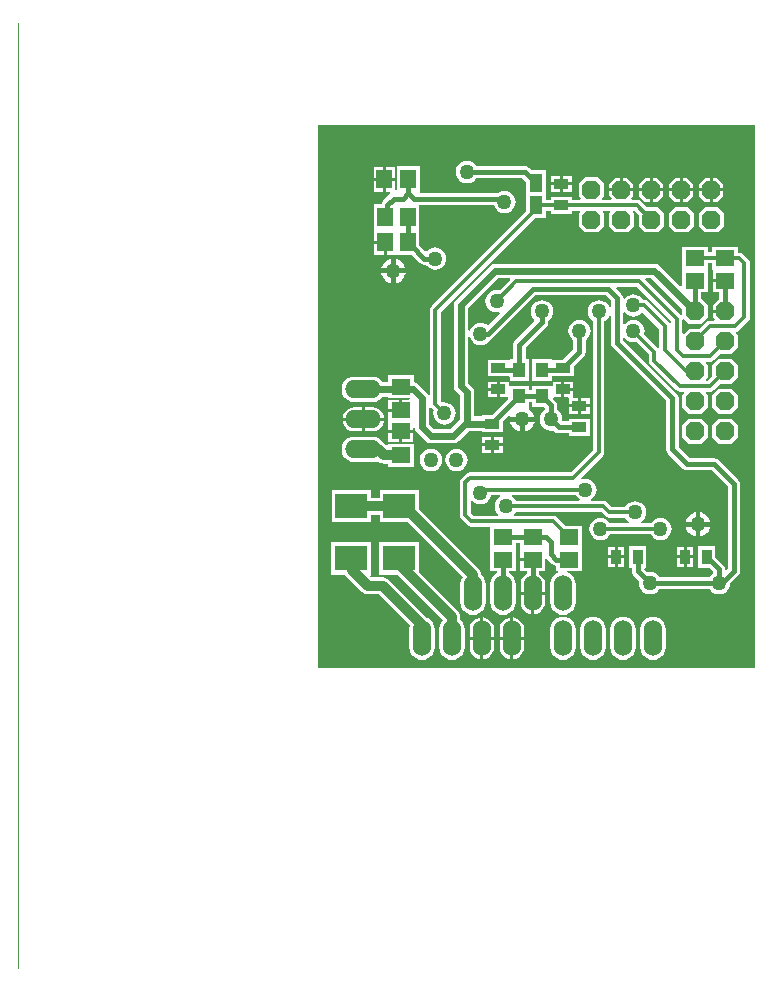
<source format=gbl>
%FSLAX44Y44*%
%MOMM*%
G71*
G01*
G75*
G04 Layer_Physical_Order=2*
G04 Layer_Color=16711680*
%ADD10R,0.5588X1.2700*%
%ADD11R,1.2700X0.5588*%
%ADD12R,2.5146X3.5052*%
%ADD13R,3.5052X2.5146*%
%ADD14R,1.3208X1.6002*%
%ADD15R,1.2192X1.2192*%
%ADD16R,0.6604X2.0320*%
%ADD17R,1.2192X1.2192*%
%ADD18R,2.0066X1.5240*%
%ADD19R,2.0066X3.8100*%
%ADD20R,1.6002X1.3208*%
%ADD21C,0.8128*%
%ADD22C,0.4064*%
%ADD23C,0.3048*%
%ADD24C,0.3050*%
%ADD25C,0.4060*%
%ADD26C,0.0000*%
G04:AMPARAMS|DCode=27|XSize=1.524mm|YSize=1.524mm|CornerRadius=0mm|HoleSize=0mm|Usage=FLASHONLY|Rotation=0.000|XOffset=0mm|YOffset=0mm|HoleType=Round|Shape=Octagon|*
%AMOCTAGOND27*
4,1,8,0.7620,-0.3810,0.7620,0.3810,0.3810,0.7620,-0.3810,0.7620,-0.7620,0.3810,-0.7620,-0.3810,-0.3810,-0.7620,0.3810,-0.7620,0.7620,-0.3810,0.0*
%
%ADD27OCTAGOND27*%

%ADD28O,3.0480X1.5240*%
%ADD29O,1.5240X3.0480*%
G04:AMPARAMS|DCode=30|XSize=1.524mm|YSize=1.524mm|CornerRadius=0mm|HoleSize=0mm|Usage=FLASHONLY|Rotation=270.000|XOffset=0mm|YOffset=0mm|HoleType=Round|Shape=Octagon|*
%AMOCTAGOND30*
4,1,8,-0.3810,-0.7620,0.3810,-0.7620,0.7620,-0.3810,0.7620,0.3810,0.3810,0.7620,-0.3810,0.7620,-0.7620,0.3810,-0.7620,-0.3810,-0.3810,-0.7620,0.0*
%
%ADD30OCTAGOND30*%

%ADD31C,1.2700*%
%ADD32R,0.8128X1.2192*%
%ADD33R,1.2192X0.8128*%
%ADD34R,1.0160X1.5240*%
%ADD35R,1.0160X1.2192*%
%ADD36R,2.7432X2.1590*%
%ADD37C,0.6096*%
G36*
X370000Y898D02*
X369102Y-0D01*
X-0Y-0D01*
X-0Y460000D01*
X185000Y460000D01*
X370000D01*
Y898D01*
D02*
G37*
%LPC*%
G36*
X116840Y186009D02*
X114387Y185686D01*
X112100Y184739D01*
X110137Y183233D01*
X108631Y181269D01*
X107684Y178983D01*
X107361Y176530D01*
X107684Y174077D01*
X108631Y171791D01*
X110137Y169827D01*
X112100Y168321D01*
X114387Y167374D01*
X116840Y167051D01*
X119293Y167374D01*
X121580Y168321D01*
X123543Y169827D01*
X125049Y171791D01*
X125996Y174077D01*
X126319Y176530D01*
X125996Y178983D01*
X125049Y181269D01*
X123543Y183233D01*
X121580Y184739D01*
X119293Y185686D01*
X116840Y186009D01*
D02*
G37*
G36*
X95250D02*
X92797Y185686D01*
X90511Y184739D01*
X88547Y183233D01*
X87041Y181269D01*
X86094Y178983D01*
X85771Y176530D01*
X86094Y174077D01*
X87041Y171791D01*
X88547Y169827D01*
X90511Y168321D01*
X92797Y167374D01*
X95250Y167051D01*
X97703Y167374D01*
X99990Y168321D01*
X101953Y169827D01*
X103459Y171791D01*
X104406Y174077D01*
X104729Y176530D01*
X104406Y178983D01*
X103459Y181269D01*
X101953Y183233D01*
X99990Y184739D01*
X97703Y185686D01*
X95250Y186009D01*
D02*
G37*
G36*
X45720Y196180D02*
X30480D01*
X27695Y195813D01*
X25100Y194739D01*
X22871Y193029D01*
X21161Y190800D01*
X20087Y188205D01*
X19720Y185420D01*
X20087Y182635D01*
X21161Y180040D01*
X22871Y177812D01*
X25100Y176101D01*
X27695Y175027D01*
X30480Y174660D01*
X45720D01*
X48505Y175027D01*
X50304Y175772D01*
X50648Y175428D01*
X52133Y174288D01*
X53357Y173781D01*
X53863Y173571D01*
X55720Y173327D01*
X58801D01*
Y170848D01*
X80899D01*
Y190152D01*
X58801D01*
Y189360D01*
X57531Y188834D01*
X55872Y190492D01*
X54419Y191608D01*
X53328Y193029D01*
X51100Y194739D01*
X48505Y195813D01*
X45720Y196180D01*
D02*
G37*
G36*
X155956Y187850D02*
X148590D01*
Y182516D01*
X155956D01*
Y187850D01*
D02*
G37*
G36*
X146050D02*
X138684D01*
Y182516D01*
X146050D01*
Y187850D01*
D02*
G37*
G36*
X85344Y151257D02*
X51816D01*
Y144587D01*
X44704D01*
Y151257D01*
X11176D01*
Y123571D01*
X44704D01*
Y130241D01*
X51816D01*
Y123571D01*
X75834D01*
X122105Y77300D01*
X121491Y76500D01*
X120417Y73905D01*
X120050Y71120D01*
Y55880D01*
X120417Y53095D01*
X121491Y50500D01*
X123202Y48271D01*
X125430Y46561D01*
X128025Y45487D01*
X130810Y45120D01*
X133595Y45487D01*
X136190Y46561D01*
X138419Y48271D01*
X140128Y50500D01*
X141203Y53095D01*
X141570Y55880D01*
Y71120D01*
X141203Y73905D01*
X140128Y76500D01*
X138419Y78728D01*
X137936Y79099D01*
X137739Y80597D01*
X137381Y81462D01*
X137022Y82327D01*
X135882Y83812D01*
X85344Y134351D01*
Y151257D01*
D02*
G37*
G36*
X319278Y119888D02*
X311074D01*
X311164Y119201D01*
X312213Y116668D01*
X313883Y114493D01*
X316058Y112823D01*
X318591Y111774D01*
X319278Y111684D01*
Y119888D01*
D02*
G37*
G36*
X317211Y103136D02*
X311877D01*
Y95770D01*
X317211D01*
Y103136D01*
D02*
G37*
G36*
X331546Y119888D02*
X323342D01*
Y111684D01*
X324029Y111774D01*
X326562Y112823D01*
X328737Y114493D01*
X330407Y116668D01*
X331456Y119201D01*
X331546Y119888D01*
D02*
G37*
G36*
X323342Y132156D02*
Y123952D01*
X331546D01*
X331456Y124639D01*
X330407Y127172D01*
X328737Y129347D01*
X326562Y131017D01*
X324029Y132066D01*
X323342Y132156D01*
D02*
G37*
G36*
X319278D02*
X318591Y132066D01*
X316058Y131017D01*
X313883Y129347D01*
X312213Y127172D01*
X311164Y124639D01*
X311074Y123952D01*
X319278D01*
Y132156D01*
D02*
G37*
G36*
X55800Y209550D02*
X39370D01*
Y200572D01*
X45720D01*
X48372Y200921D01*
X50844Y201945D01*
X52966Y203574D01*
X54595Y205696D01*
X55619Y208168D01*
X55800Y209550D01*
D02*
G37*
G36*
X36830D02*
X20399D01*
X20582Y208168D01*
X21605Y205696D01*
X23234Y203574D01*
X25356Y201945D01*
X27828Y200921D01*
X30480Y200572D01*
X36830D01*
Y209550D01*
D02*
G37*
G36*
X170688Y208788D02*
X162484D01*
X162574Y208101D01*
X163623Y205568D01*
X165293Y203393D01*
X167468Y201723D01*
X170001Y200674D01*
X170688Y200584D01*
Y208788D01*
D02*
G37*
G36*
X36830Y221068D02*
X30480D01*
X27828Y220718D01*
X25356Y219695D01*
X23234Y218066D01*
X21605Y215944D01*
X20582Y213472D01*
X20399Y212090D01*
X36830D01*
Y221068D01*
D02*
G37*
G36*
X182956Y208788D02*
X174752D01*
Y200584D01*
X175439Y200674D01*
X177972Y201723D01*
X180147Y203393D01*
X181817Y205568D01*
X182866Y208101D01*
X182956Y208788D01*
D02*
G37*
G36*
X80391Y199390D02*
X71120D01*
Y191516D01*
X80391D01*
Y199390D01*
D02*
G37*
G36*
X349504Y211328D02*
X338836D01*
X333502Y205994D01*
Y195326D01*
X338836Y189992D01*
X349504D01*
X354838Y195326D01*
Y205994D01*
X349504Y211328D01*
D02*
G37*
G36*
X324104D02*
X313436D01*
X308102Y205994D01*
Y195326D01*
X313436Y189992D01*
X324104D01*
X329438Y195326D01*
Y205994D01*
X324104Y211328D01*
D02*
G37*
G36*
X146050Y195724D02*
X138684D01*
Y190390D01*
X146050D01*
Y195724D01*
D02*
G37*
G36*
X68580Y199390D02*
X59309D01*
Y191516D01*
X68580D01*
Y199390D01*
D02*
G37*
G36*
X155956Y195724D02*
X148590D01*
Y190390D01*
X155956D01*
Y195724D01*
D02*
G37*
G36*
X309337Y103136D02*
X304003D01*
Y95770D01*
X309337D01*
Y103136D01*
D02*
G37*
G36*
X148678Y24130D02*
X139700D01*
Y7699D01*
X141082Y7882D01*
X143554Y8905D01*
X145676Y10534D01*
X147305Y12656D01*
X148329Y15128D01*
X148678Y17780D01*
Y24130D01*
D02*
G37*
G36*
X137160D02*
X128182D01*
Y17780D01*
X128532Y15128D01*
X129555Y12656D01*
X131184Y10534D01*
X133306Y8905D01*
X135778Y7882D01*
X137160Y7699D01*
Y24130D01*
D02*
G37*
G36*
X162560D02*
X153582D01*
Y17780D01*
X153932Y15128D01*
X154955Y12656D01*
X156584Y10534D01*
X158706Y8905D01*
X161178Y7882D01*
X162560Y7699D01*
Y24130D01*
D02*
G37*
G36*
X137160Y43101D02*
X135778Y42919D01*
X133306Y41895D01*
X131184Y40266D01*
X129555Y38144D01*
X128532Y35672D01*
X128182Y33020D01*
Y26670D01*
X137160D01*
Y43101D01*
D02*
G37*
G36*
X174078Y24130D02*
X165100D01*
Y7699D01*
X166482Y7882D01*
X168954Y8905D01*
X171076Y10534D01*
X172705Y12656D01*
X173729Y15128D01*
X174078Y17780D01*
Y24130D01*
D02*
G37*
G36*
X283210Y43780D02*
X280425Y43413D01*
X277830Y42339D01*
X275602Y40628D01*
X273892Y38400D01*
X272817Y35805D01*
X272450Y33020D01*
Y17780D01*
X272817Y14995D01*
X273892Y12400D01*
X275602Y10172D01*
X277830Y8461D01*
X280425Y7387D01*
X283210Y7020D01*
X285995Y7387D01*
X288590Y8461D01*
X290819Y10172D01*
X292528Y12400D01*
X293603Y14995D01*
X293970Y17780D01*
Y33020D01*
X293603Y35805D01*
X292528Y38400D01*
X290819Y40628D01*
X288590Y42339D01*
X285995Y43413D01*
X283210Y43780D01*
D02*
G37*
G36*
X85090Y107061D02*
X51562D01*
Y79375D01*
X66690D01*
X105422Y40643D01*
X105421Y40628D01*
X103712Y38400D01*
X102637Y35805D01*
X102270Y33020D01*
Y17780D01*
X102637Y14995D01*
X103712Y12400D01*
X105421Y10172D01*
X107650Y8461D01*
X110245Y7387D01*
X113030Y7020D01*
X115815Y7387D01*
X118410Y8461D01*
X120639Y10172D01*
X122348Y12400D01*
X123423Y14995D01*
X123790Y17780D01*
Y33020D01*
X123423Y35805D01*
X122348Y38400D01*
X120639Y40628D01*
X120203Y40962D01*
Y43180D01*
X119959Y45037D01*
X119749Y45543D01*
X119242Y46767D01*
X118102Y48252D01*
X85090Y81265D01*
Y107061D01*
D02*
G37*
G36*
X44450D02*
X10922D01*
Y79375D01*
X22445D01*
X23122Y78494D01*
X36838Y64778D01*
X38323Y63638D01*
X39188Y63279D01*
X40053Y62921D01*
X41910Y62677D01*
X51639D01*
X77610Y36706D01*
X77237Y35805D01*
X76870Y33020D01*
Y17780D01*
X77237Y14995D01*
X78312Y12400D01*
X80021Y10172D01*
X82250Y8461D01*
X84845Y7387D01*
X87630Y7020D01*
X90415Y7387D01*
X93010Y8461D01*
X95239Y10172D01*
X96948Y12400D01*
X98023Y14995D01*
X98390Y17780D01*
Y33020D01*
X98023Y35805D01*
X96948Y38400D01*
X95239Y40628D01*
X93010Y42339D01*
X91740Y42864D01*
X59682Y74922D01*
X58197Y76062D01*
X56973Y76569D01*
X56467Y76779D01*
X54610Y77023D01*
X44881D01*
X43703Y78202D01*
X44189Y79375D01*
X44450D01*
Y107061D01*
D02*
G37*
G36*
X207010Y43780D02*
X204225Y43413D01*
X201630Y42339D01*
X199401Y40628D01*
X197691Y38400D01*
X196617Y35805D01*
X196250Y33020D01*
Y17780D01*
X196617Y14995D01*
X197691Y12400D01*
X199401Y10172D01*
X201630Y8461D01*
X204225Y7387D01*
X207010Y7020D01*
X209795Y7387D01*
X212390Y8461D01*
X214618Y10172D01*
X216329Y12400D01*
X217403Y14995D01*
X217770Y17780D01*
Y33020D01*
X217403Y35805D01*
X216329Y38400D01*
X214618Y40628D01*
X212390Y42339D01*
X209795Y43413D01*
X207010Y43780D01*
D02*
G37*
G36*
X257810D02*
X255025Y43413D01*
X252430Y42339D01*
X250201Y40628D01*
X248491Y38400D01*
X247417Y35805D01*
X247050Y33020D01*
Y17780D01*
X247417Y14995D01*
X248491Y12400D01*
X250201Y10172D01*
X252430Y8461D01*
X255025Y7387D01*
X257810Y7020D01*
X260595Y7387D01*
X263190Y8461D01*
X265418Y10172D01*
X267129Y12400D01*
X268203Y14995D01*
X268570Y17780D01*
Y33020D01*
X268203Y35805D01*
X267129Y38400D01*
X265418Y40628D01*
X263190Y42339D01*
X260595Y43413D01*
X257810Y43780D01*
D02*
G37*
G36*
X232410D02*
X229625Y43413D01*
X227030Y42339D01*
X224802Y40628D01*
X223092Y38400D01*
X222017Y35805D01*
X221650Y33020D01*
Y17780D01*
X222017Y14995D01*
X223092Y12400D01*
X224802Y10172D01*
X227030Y8461D01*
X229625Y7387D01*
X232410Y7020D01*
X235195Y7387D01*
X237790Y8461D01*
X240019Y10172D01*
X241728Y12400D01*
X242803Y14995D01*
X243170Y17780D01*
Y33020D01*
X242803Y35805D01*
X241728Y38400D01*
X240019Y40628D01*
X237790Y42339D01*
X235195Y43413D01*
X232410Y43780D01*
D02*
G37*
G36*
X309337Y93230D02*
X304003D01*
Y85864D01*
X309337D01*
Y93230D01*
D02*
G37*
G36*
X258791D02*
X253457D01*
Y85864D01*
X258791D01*
Y93230D01*
D02*
G37*
G36*
X317211D02*
X311877D01*
Y85864D01*
X317211D01*
Y93230D01*
D02*
G37*
G36*
X258791Y103136D02*
X253457D01*
Y95770D01*
X258791D01*
Y103136D01*
D02*
G37*
G36*
X250917D02*
X245583D01*
Y95770D01*
X250917D01*
Y103136D01*
D02*
G37*
G36*
Y93230D02*
X245583D01*
Y85864D01*
X250917D01*
Y93230D01*
D02*
G37*
G36*
X162560Y43101D02*
X161178Y42919D01*
X158706Y41895D01*
X156584Y40266D01*
X154955Y38144D01*
X153932Y35672D01*
X153582Y33020D01*
Y26670D01*
X162560D01*
Y43101D01*
D02*
G37*
G36*
X139700D02*
Y26670D01*
X148678D01*
Y33020D01*
X148329Y35672D01*
X147305Y38144D01*
X145676Y40266D01*
X143554Y41895D01*
X141082Y42919D01*
X139700Y43101D01*
D02*
G37*
G36*
X165100D02*
Y26670D01*
X174078D01*
Y33020D01*
X173729Y35672D01*
X172705Y38144D01*
X171076Y40266D01*
X168954Y41895D01*
X166482Y42919D01*
X165100Y43101D01*
D02*
G37*
G36*
X191858Y62230D02*
X182880D01*
Y45799D01*
X184262Y45981D01*
X186734Y47005D01*
X188856Y48634D01*
X190485Y50756D01*
X191509Y53228D01*
X191858Y55880D01*
Y62230D01*
D02*
G37*
G36*
X180340D02*
X171362D01*
Y55880D01*
X171712Y53228D01*
X172735Y50756D01*
X174364Y48634D01*
X176486Y47005D01*
X178958Y45981D01*
X180340Y45799D01*
Y62230D01*
D02*
G37*
G36*
X45720Y221068D02*
X39370D01*
Y212090D01*
X55800D01*
X55619Y213472D01*
X54595Y215944D01*
X52966Y218066D01*
X50844Y219695D01*
X48372Y220718D01*
X45720Y221068D01*
D02*
G37*
G36*
X54610Y412750D02*
X46736D01*
Y403479D01*
X54610D01*
Y412750D01*
D02*
G37*
G36*
X342900Y403860D02*
X334010D01*
Y394970D01*
X337820D01*
X342900Y400050D01*
Y403860D01*
D02*
G37*
G36*
X331470D02*
X322580D01*
Y400050D01*
X327660Y394970D01*
X331470D01*
Y403860D01*
D02*
G37*
G36*
X85692Y425069D02*
X66388D01*
Y404125D01*
X66294Y404073D01*
X66243Y404075D01*
X65024Y404821D01*
Y412750D01*
X57150D01*
Y403479D01*
X60924D01*
X61309Y402209D01*
X59998Y401333D01*
X54757Y396092D01*
X53635Y394412D01*
X53417Y393319D01*
X46736D01*
Y371221D01*
X47244D01*
Y361950D01*
X56388D01*
Y360680D01*
X57658D01*
Y350139D01*
X65532D01*
X65888Y349631D01*
Y349631D01*
X79264D01*
X85597Y343298D01*
X87278Y342175D01*
X89260Y341781D01*
X90938D01*
X92107Y340257D01*
X94070Y338751D01*
X96357Y337804D01*
X98810Y337481D01*
X101263Y337804D01*
X103550Y338751D01*
X105513Y340257D01*
X107019Y342220D01*
X107966Y344507D01*
X108289Y346960D01*
X107966Y349413D01*
X107019Y351700D01*
X105513Y353663D01*
X103550Y355169D01*
X101263Y356116D01*
X98810Y356439D01*
X96357Y356116D01*
X94070Y355169D01*
X92107Y353663D01*
X91728Y353168D01*
X90460Y353085D01*
X85192Y358353D01*
Y371221D01*
Y392331D01*
X148401D01*
X149271Y390230D01*
X150777Y388267D01*
X152740Y386761D01*
X155027Y385814D01*
X157480Y385491D01*
X159933Y385814D01*
X162220Y386761D01*
X164183Y388267D01*
X165689Y390230D01*
X166636Y392517D01*
X166959Y394970D01*
X166636Y397423D01*
X165689Y399710D01*
X164183Y401673D01*
X162220Y403179D01*
X159933Y404126D01*
X157480Y404449D01*
X155027Y404126D01*
X152740Y403179D01*
X152102Y402690D01*
X86845D01*
X85692Y402971D01*
Y425069D01*
D02*
G37*
G36*
X214376Y409050D02*
X207010D01*
Y403716D01*
X214376D01*
Y409050D01*
D02*
G37*
G36*
X204470D02*
X197104D01*
Y403716D01*
X204470D01*
Y409050D01*
D02*
G37*
G36*
X280670Y403860D02*
X271780D01*
Y400050D01*
X276860Y394970D01*
X280670D01*
Y403860D01*
D02*
G37*
G36*
X338074Y390398D02*
X327406D01*
X322072Y385064D01*
Y374396D01*
X327406Y369062D01*
X338074D01*
X343408Y374396D01*
Y385064D01*
X338074Y390398D01*
D02*
G37*
G36*
X312674D02*
X302006D01*
X296672Y385064D01*
Y374396D01*
X302006Y369062D01*
X312674D01*
X318008Y374396D01*
Y385064D01*
X312674Y390398D01*
D02*
G37*
G36*
X317500Y403860D02*
X308610D01*
Y394970D01*
X312420D01*
X317500Y400050D01*
Y403860D01*
D02*
G37*
G36*
X306070D02*
X297180D01*
Y400050D01*
X302260Y394970D01*
X306070D01*
Y403860D01*
D02*
G37*
G36*
X292100D02*
X283210D01*
Y394970D01*
X287020D01*
X292100Y400050D01*
Y403860D01*
D02*
G37*
G36*
X204470Y416924D02*
X197104D01*
Y411590D01*
X204470D01*
Y416924D01*
D02*
G37*
G36*
X337820Y415290D02*
X334010D01*
Y406400D01*
X342900D01*
Y410210D01*
X337820Y415290D01*
D02*
G37*
G36*
X331470D02*
X327660D01*
X322580Y410210D01*
Y406400D01*
X331470D01*
Y415290D01*
D02*
G37*
G36*
X65024Y424561D02*
X57150D01*
Y415290D01*
X65024D01*
Y424561D01*
D02*
G37*
G36*
X54610D02*
X46736D01*
Y415290D01*
X54610D01*
Y424561D01*
D02*
G37*
G36*
X214376Y416924D02*
X207010D01*
Y411590D01*
X214376D01*
Y416924D01*
D02*
G37*
G36*
X280670Y415290D02*
X276860D01*
X271780Y410210D01*
Y406400D01*
X280670D01*
Y415290D01*
D02*
G37*
G36*
X261620D02*
X257810D01*
Y406400D01*
X266700D01*
Y410210D01*
X261620Y415290D01*
D02*
G37*
G36*
X255270D02*
X251460D01*
X246380Y410210D01*
Y406400D01*
X255270D01*
Y415290D01*
D02*
G37*
G36*
X312420D02*
X308610D01*
Y406400D01*
X317500D01*
Y410210D01*
X312420Y415290D01*
D02*
G37*
G36*
X306070D02*
X302260D01*
X297180Y410210D01*
Y406400D01*
X306070D01*
Y415290D01*
D02*
G37*
G36*
X287020D02*
X283210D01*
Y406400D01*
X292100D01*
Y410210D01*
X287020Y415290D01*
D02*
G37*
G36*
X229616Y228964D02*
X222250D01*
Y223630D01*
X229616D01*
Y228964D01*
D02*
G37*
G36*
X151130Y234840D02*
X143764D01*
Y229506D01*
X151130D01*
Y234840D01*
D02*
G37*
G36*
X68580Y227584D02*
X59309D01*
Y219710D01*
X68580D01*
Y227584D01*
D02*
G37*
G36*
X215646Y234840D02*
X208280D01*
Y229506D01*
X211299D01*
X212344Y228964D01*
X212344Y228236D01*
Y223630D01*
X219710D01*
Y228964D01*
X216691D01*
X215646Y229506D01*
X215646Y230234D01*
Y234840D01*
D02*
G37*
G36*
Y242714D02*
X208280D01*
Y237380D01*
X215646D01*
Y242714D01*
D02*
G37*
G36*
X151130D02*
X143764D01*
Y237380D01*
X151130D01*
Y242714D01*
D02*
G37*
G36*
X189230Y311739D02*
X186777Y311416D01*
X184491Y310469D01*
X182527Y308963D01*
X181021Y306999D01*
X180074Y304713D01*
X179751Y302260D01*
X180074Y299807D01*
X181021Y297521D01*
X182527Y295557D01*
X182864Y295299D01*
X182947Y294032D01*
X166518Y277603D01*
X165395Y275922D01*
X165000Y273940D01*
Y262518D01*
X164102Y261620D01*
X162709D01*
X162052Y261620D01*
Y261620D01*
X162052Y261620D01*
X161557Y261373D01*
X161556Y261372D01*
X161555Y261372D01*
X161544Y261366D01*
X160315Y261366D01*
X143256D01*
Y247142D01*
X161544D01*
X162052Y246082D01*
Y243332D01*
X178308D01*
Y261620D01*
X175359D01*
Y271795D01*
X192892Y289328D01*
X194015Y291008D01*
X194410Y292990D01*
Y294389D01*
X195933Y295557D01*
X197439Y297521D01*
X198386Y299807D01*
X198709Y302260D01*
X198386Y304713D01*
X197439Y306999D01*
X195933Y308963D01*
X193969Y310469D01*
X191683Y311416D01*
X189230Y311739D01*
D02*
G37*
G36*
X220980Y295229D02*
X218527Y294906D01*
X216241Y293959D01*
X214277Y292453D01*
X212771Y290490D01*
X211824Y288203D01*
X211501Y285750D01*
X211824Y283297D01*
X212771Y281010D01*
X214277Y279047D01*
X215800Y277878D01*
Y271780D01*
X215802Y271770D01*
Y270369D01*
X206800Y261366D01*
X199115D01*
X197866Y261366D01*
X197855Y261372D01*
X197854Y261372D01*
X197853Y261373D01*
X197358Y261620D01*
X197358Y261620D01*
Y261620D01*
X196701Y261620D01*
X181102D01*
Y243332D01*
X197358D01*
Y246082D01*
X197866Y247142D01*
X216154D01*
Y256076D01*
X224641Y264563D01*
X225391Y265685D01*
X225763Y266243D01*
X226157Y268224D01*
Y271770D01*
X226159Y271780D01*
Y277878D01*
X227683Y279047D01*
X229189Y281010D01*
X230136Y283297D01*
X230459Y285750D01*
X230136Y288203D01*
X229189Y290490D01*
X227683Y292453D01*
X225720Y293959D01*
X223433Y294906D01*
X220980Y295229D01*
D02*
G37*
G36*
X229616Y221090D02*
X222250D01*
Y215756D01*
X229616D01*
Y221090D01*
D02*
G37*
G36*
X65532Y346786D02*
Y338582D01*
X73736D01*
X73646Y339269D01*
X72597Y341802D01*
X70927Y343977D01*
X68752Y345647D01*
X66219Y346696D01*
X65532Y346786D01*
D02*
G37*
G36*
X61468D02*
X60781Y346696D01*
X58248Y345647D01*
X56073Y343977D01*
X54403Y341802D01*
X53354Y339269D01*
X53264Y338582D01*
X61468D01*
Y346786D01*
D02*
G37*
G36*
X125730Y429849D02*
X123277Y429526D01*
X120990Y428579D01*
X119027Y427073D01*
X117521Y425109D01*
X116574Y422823D01*
X116251Y420370D01*
X116574Y417917D01*
X117521Y415630D01*
X119027Y413667D01*
X120990Y412161D01*
X123277Y411214D01*
X125730Y410891D01*
X128183Y411214D01*
X130470Y412161D01*
X132433Y413667D01*
X133602Y415191D01*
X172607D01*
X176022Y411775D01*
Y400304D01*
Y387084D01*
X95764Y306826D01*
X94753Y305314D01*
X94694Y305018D01*
X94398Y303530D01*
Y231729D01*
X93128Y231343D01*
X92025Y232995D01*
X84405Y240615D01*
X82389Y241962D01*
X81994Y242041D01*
X80899Y242259D01*
Y248252D01*
X58801D01*
Y242435D01*
X54397D01*
X53328Y243829D01*
X51100Y245539D01*
X48505Y246613D01*
X45720Y246980D01*
X30480D01*
X27695Y246613D01*
X25100Y245539D01*
X22871Y243829D01*
X21161Y241600D01*
X20087Y239005D01*
X19720Y236220D01*
X20087Y233435D01*
X21161Y230840D01*
X22871Y228612D01*
X25100Y226901D01*
X27695Y225827D01*
X30480Y225460D01*
X45720D01*
X48505Y225827D01*
X51100Y226901D01*
X53328Y228612D01*
X54397Y230005D01*
X58801D01*
Y228948D01*
X77387D01*
X77450Y228854D01*
X76771Y227584D01*
X71120D01*
Y218440D01*
X69850D01*
Y217170D01*
X59309D01*
Y209296D01*
Y201930D01*
X80391D01*
Y203106D01*
X81661Y203231D01*
X81809Y202486D01*
X81888Y202091D01*
X83235Y200075D01*
X90855Y192455D01*
X92871Y191108D01*
X93266Y191029D01*
X95250Y190635D01*
X114300D01*
X116284Y191029D01*
X116679Y191108D01*
X118695Y192455D01*
X127289Y201049D01*
X138176D01*
Y200152D01*
X156464D01*
Y209262D01*
X161524Y214322D01*
X162600Y213602D01*
X162574Y213539D01*
X162484Y212852D01*
X182956D01*
X182866Y213539D01*
X181817Y216072D01*
X180147Y218247D01*
X178012Y219886D01*
X177998Y220016D01*
X178298Y221156D01*
X178308D01*
Y225121D01*
X181102D01*
Y221156D01*
X191052D01*
X191672Y220535D01*
Y218693D01*
X190147Y217523D01*
X188641Y215560D01*
X187694Y213273D01*
X187371Y210820D01*
X187694Y208367D01*
X188641Y206080D01*
X190147Y204117D01*
X192111Y202611D01*
X194397Y201664D01*
X196850Y201341D01*
X198756Y201592D01*
X199793Y200555D01*
X201473Y199433D01*
X203454Y199039D01*
X211836D01*
Y197104D01*
X230124D01*
Y211328D01*
X211836D01*
Y209394D01*
X207104D01*
X206267Y210348D01*
X206329Y210820D01*
X206006Y213273D01*
X205059Y215560D01*
X203553Y217523D01*
X202027Y218693D01*
Y222680D01*
X201633Y224661D01*
X200511Y226341D01*
X198616Y228236D01*
X199142Y229506D01*
X205740D01*
Y236110D01*
Y242714D01*
X198374D01*
Y240057D01*
X198374Y240057D01*
X197358Y239444D01*
X197104Y239444D01*
X181102D01*
Y235480D01*
X178308D01*
Y239444D01*
X162306D01*
X162052Y239444D01*
X161036Y240057D01*
Y242714D01*
X153670D01*
Y236110D01*
Y229506D01*
X160268D01*
X160794Y228236D01*
X146934Y214376D01*
X138176D01*
Y213479D01*
X131945D01*
Y233680D01*
X131472Y236059D01*
X130125Y238075D01*
X126865Y241334D01*
Y280186D01*
X128135Y280439D01*
X128951Y278470D01*
X130457Y276507D01*
X132421Y275001D01*
X134707Y274054D01*
X137160Y273731D01*
X139613Y274054D01*
X141899Y275001D01*
X143863Y276507D01*
X145306Y278388D01*
X145492Y278425D01*
X147172Y279548D01*
X183755Y316131D01*
X242965D01*
X247551Y311545D01*
Y305849D01*
X246280Y305596D01*
X245699Y306999D01*
X244193Y308963D01*
X242229Y310469D01*
X239943Y311416D01*
X237490Y311739D01*
X235037Y311416D01*
X232750Y310469D01*
X230787Y308963D01*
X229281Y306999D01*
X228334Y304713D01*
X228011Y302260D01*
X228334Y299807D01*
X229281Y297521D01*
X230787Y295557D01*
X232750Y294051D01*
X232828Y294018D01*
Y184811D01*
X213969Y165952D01*
X128270D01*
X126782Y165656D01*
X126486Y165597D01*
X124974Y164586D01*
X121164Y160776D01*
X120153Y159264D01*
X120094Y158968D01*
X119798Y157480D01*
Y129540D01*
X120094Y128052D01*
X120153Y127756D01*
X121164Y126244D01*
X126244Y121164D01*
X127756Y120153D01*
X129540Y119798D01*
X145161D01*
Y101600D01*
Y82448D01*
X151031D01*
Y80521D01*
X150830Y80438D01*
X148602Y78728D01*
X146891Y76500D01*
X145817Y73905D01*
X145450Y71120D01*
Y55880D01*
X145817Y53095D01*
X146891Y50500D01*
X148602Y48271D01*
X150830Y46561D01*
X153425Y45487D01*
X156210Y45120D01*
X158995Y45487D01*
X161590Y46561D01*
X163818Y48271D01*
X165529Y50500D01*
X166603Y53095D01*
X166970Y55880D01*
Y71120D01*
X166603Y73905D01*
X165529Y76500D01*
X163818Y78728D01*
X161590Y80438D01*
X161390Y80521D01*
Y82448D01*
X167259D01*
Y101600D01*
Y105920D01*
X170561D01*
Y101448D01*
X170561D01*
X171069Y101092D01*
Y93218D01*
X181610D01*
Y90678D01*
X171069D01*
Y82804D01*
X176430D01*
Y79952D01*
X174364Y78366D01*
X172735Y76244D01*
X171712Y73772D01*
X171362Y71120D01*
Y64770D01*
X191858D01*
Y71120D01*
X191509Y73772D01*
X190485Y76244D01*
X188856Y78366D01*
X186789Y79952D01*
Y82804D01*
X192151D01*
Y92294D01*
X193421Y92624D01*
X197607Y88438D01*
X199288Y87315D01*
X201041Y86966D01*
Y82448D01*
X203163D01*
X203415Y81178D01*
X201630Y80438D01*
X199401Y78728D01*
X197691Y76500D01*
X196617Y73905D01*
X196250Y71120D01*
Y55880D01*
X196617Y53095D01*
X197691Y50500D01*
X199401Y48271D01*
X201630Y46561D01*
X204225Y45487D01*
X207010Y45120D01*
X209795Y45487D01*
X212390Y46561D01*
X214618Y48271D01*
X216329Y50500D01*
X217403Y53095D01*
X217770Y55880D01*
Y71120D01*
X217403Y73905D01*
X216329Y76500D01*
X214618Y78728D01*
X212390Y80438D01*
X210605Y81178D01*
X210857Y82448D01*
X223139D01*
Y101600D01*
Y120904D01*
X209030D01*
X202178Y127756D01*
X200666Y128767D01*
X200370Y128826D01*
X198882Y129122D01*
X165688D01*
X165279Y130324D01*
X165453Y130457D01*
X166959Y132421D01*
X166992Y132498D01*
X239369D01*
X243084Y128784D01*
X244596Y127773D01*
X246380Y127418D01*
X259729D01*
X259761Y127340D01*
X261267Y125377D01*
X263008Y124042D01*
X262861Y123146D01*
X262670Y122772D01*
X247001D01*
X246969Y122850D01*
X245463Y124813D01*
X243500Y126319D01*
X241213Y127266D01*
X238760Y127589D01*
X236307Y127266D01*
X234021Y126319D01*
X232057Y124813D01*
X230551Y122850D01*
X229604Y120563D01*
X229281Y118110D01*
X229604Y115657D01*
X230551Y113371D01*
X232057Y111407D01*
X234021Y109901D01*
X236307Y108954D01*
X238760Y108631D01*
X241213Y108954D01*
X243500Y109901D01*
X245463Y111407D01*
X246969Y113371D01*
X247001Y113448D01*
X281318D01*
X281351Y113371D01*
X282857Y111407D01*
X284820Y109901D01*
X287107Y108954D01*
X289560Y108631D01*
X292013Y108954D01*
X294300Y109901D01*
X296263Y111407D01*
X297769Y113371D01*
X298716Y115657D01*
X299039Y118110D01*
X298716Y120563D01*
X297769Y122850D01*
X296263Y124813D01*
X294300Y126319D01*
X292013Y127266D01*
X289560Y127589D01*
X287107Y127266D01*
X284820Y126319D01*
X282857Y124813D01*
X281351Y122850D01*
X281318Y122772D01*
X273270D01*
X273079Y123146D01*
X272932Y124042D01*
X274673Y125377D01*
X276179Y127340D01*
X277126Y129627D01*
X277449Y132080D01*
X277126Y134533D01*
X276179Y136819D01*
X274673Y138783D01*
X272710Y140289D01*
X270423Y141236D01*
X267970Y141559D01*
X265517Y141236D01*
X263230Y140289D01*
X261267Y138783D01*
X259761Y136819D01*
X259729Y136742D01*
X248311D01*
X244596Y140456D01*
X243084Y141467D01*
X242788Y141526D01*
X241300Y141822D01*
X231360D01*
X231169Y142196D01*
X231022Y143092D01*
X232763Y144427D01*
X234269Y146390D01*
X235216Y148677D01*
X235539Y151130D01*
X235216Y153583D01*
X234269Y155870D01*
X232763Y157833D01*
X230800Y159339D01*
X228513Y160286D01*
X226060Y160609D01*
X223607Y160286D01*
X223057Y160058D01*
X222337Y161135D01*
X240786Y179584D01*
X241797Y181096D01*
X242152Y182880D01*
Y294018D01*
X242229Y294051D01*
X244193Y295557D01*
X245699Y297521D01*
X246280Y298924D01*
X247551Y298671D01*
Y275590D01*
X247945Y273608D01*
X249067Y271928D01*
X294541Y226455D01*
Y185420D01*
X294935Y183438D01*
X296057Y181758D01*
X308757Y169058D01*
X310438Y167935D01*
X312420Y167540D01*
X333135D01*
X346610Y154065D01*
Y84466D01*
X345443Y83298D01*
X344269Y83784D01*
Y84161D01*
X343875Y86143D01*
X342752Y87824D01*
X335863Y94713D01*
Y103644D01*
X321639D01*
Y85356D01*
X330570D01*
X333910Y82016D01*
Y80261D01*
X332387Y79093D01*
X331218Y77569D01*
X288542D01*
X287373Y79093D01*
X285410Y80599D01*
X283123Y81546D01*
X280670Y81869D01*
X278511Y81585D01*
X276010Y84086D01*
X276536Y85356D01*
X277443D01*
Y103644D01*
X263219D01*
Y85356D01*
X265151D01*
Y82440D01*
X265546Y80458D01*
X266668Y78777D01*
X271408Y74038D01*
X271191Y72390D01*
X271514Y69937D01*
X272461Y67650D01*
X273967Y65687D01*
X275931Y64181D01*
X278217Y63234D01*
X280670Y62911D01*
X283123Y63234D01*
X285410Y64181D01*
X287373Y65687D01*
X288542Y67210D01*
X331218D01*
X332387Y65687D01*
X334351Y64181D01*
X336637Y63234D01*
X339090Y62911D01*
X341543Y63234D01*
X343829Y64181D01*
X345793Y65687D01*
X347299Y67650D01*
X348246Y69937D01*
X348476Y71681D01*
X355452Y78658D01*
X356575Y80338D01*
X356969Y82320D01*
Y156210D01*
X356575Y158192D01*
X355452Y159873D01*
X338942Y176383D01*
X337262Y177505D01*
X335280Y177899D01*
X314565D01*
X304900Y187565D01*
Y228600D01*
X304505Y230582D01*
X303382Y232262D01*
X257910Y277735D01*
Y279682D01*
X259179Y280113D01*
X259997Y279047D01*
X261961Y277541D01*
X264247Y276594D01*
X266700Y276271D01*
X269153Y276594D01*
X269231Y276626D01*
X279818Y266039D01*
Y260350D01*
X280114Y258862D01*
X280173Y258566D01*
X281184Y257054D01*
X302774Y235464D01*
X304286Y234453D01*
X306070Y234098D01*
X309147D01*
X309633Y232925D01*
X308102Y231394D01*
Y220726D01*
X313436Y215392D01*
X324104D01*
X329438Y220726D01*
Y231394D01*
X327907Y232925D01*
X328393Y234098D01*
X331470D01*
X332958Y234394D01*
X333254Y234453D01*
X334766Y235464D01*
X340094Y240792D01*
X349504D01*
X354838Y246126D01*
Y256794D01*
X349504Y262128D01*
X338836D01*
X333502Y256794D01*
Y247384D01*
X329566Y243449D01*
X328468Y243557D01*
X328013Y244701D01*
X329438Y246126D01*
Y256794D01*
X327907Y258325D01*
X328393Y259498D01*
X331470D01*
X332958Y259794D01*
X333254Y259853D01*
X334766Y260864D01*
X340094Y266192D01*
X349504D01*
X354838Y271526D01*
Y282194D01*
X353367Y283665D01*
X353785Y285043D01*
X354548Y285194D01*
X354844Y285253D01*
X356356Y286264D01*
X363976Y293884D01*
X364987Y295396D01*
X365046Y295692D01*
X365342Y297180D01*
Y342900D01*
X365046Y344388D01*
X364987Y344684D01*
X363976Y346196D01*
X359556Y350616D01*
X358044Y351627D01*
X357748Y351686D01*
X356260Y351982D01*
X355295D01*
Y356972D01*
X333197D01*
Y352134D01*
X329819D01*
Y357124D01*
X307721D01*
Y337820D01*
Y323758D01*
X306548Y323272D01*
X288875Y340945D01*
X286859Y342292D01*
X286464Y342371D01*
X284480Y342765D01*
X149860D01*
X147481Y342292D01*
X145465Y340945D01*
X116255Y311735D01*
X114908Y309719D01*
X114829Y309324D01*
X114435Y307340D01*
Y238760D01*
X114829Y236776D01*
X114908Y236381D01*
X116255Y234365D01*
X119515Y231105D01*
Y210854D01*
X111726Y203065D01*
X97824D01*
X93845Y207045D01*
Y220809D01*
X95115Y221194D01*
X95764Y220224D01*
X97556Y218431D01*
X97524Y218353D01*
X97201Y215900D01*
X97524Y213447D01*
X98471Y211161D01*
X99977Y209197D01*
X101940Y207691D01*
X104227Y206744D01*
X106680Y206421D01*
X109133Y206744D01*
X111419Y207691D01*
X113383Y209197D01*
X114889Y211161D01*
X115836Y213447D01*
X116159Y215900D01*
X115836Y218353D01*
X114889Y220639D01*
X113383Y222603D01*
X111419Y224109D01*
X109133Y225056D01*
X106680Y225379D01*
X104863Y225140D01*
X103792Y226059D01*
X103722Y226222D01*
Y301599D01*
X183374Y381252D01*
X192278D01*
Y387514D01*
X196596D01*
Y385064D01*
X214884D01*
Y387514D01*
X221263D01*
X221749Y386341D01*
X220472Y385064D01*
Y374396D01*
X225806Y369062D01*
X236474D01*
X241808Y374396D01*
Y385064D01*
X240531Y386341D01*
X241017Y387514D01*
X246663D01*
X247149Y386341D01*
X245872Y385064D01*
Y374396D01*
X251206Y369062D01*
X261874D01*
X267208Y374396D01*
Y385064D01*
X266036Y386236D01*
X266492Y387379D01*
X267590Y387487D01*
X271272Y383806D01*
Y374396D01*
X276606Y369062D01*
X287274D01*
X292608Y374396D01*
Y385064D01*
X287274Y390398D01*
X277864D01*
X272790Y395472D01*
X271278Y396483D01*
X270982Y396542D01*
X269494Y396838D01*
X265147D01*
X264661Y398011D01*
X266700Y400050D01*
Y403860D01*
X246380D01*
Y400050D01*
X248419Y398011D01*
X247933Y396838D01*
X240509D01*
X240023Y398011D01*
X241808Y399796D01*
Y410464D01*
X236474Y415798D01*
X225806D01*
X220472Y410464D01*
Y399796D01*
X222257Y398011D01*
X221771Y396838D01*
X214884D01*
Y399288D01*
X196596D01*
Y396838D01*
X192278D01*
Y400304D01*
Y421640D01*
X180807D01*
X178414Y424033D01*
X176734Y425155D01*
X174752Y425550D01*
X133602D01*
X132433Y427073D01*
X130470Y428579D01*
X128183Y429526D01*
X125730Y429849D01*
D02*
G37*
G36*
X55118Y359410D02*
X47244D01*
Y350139D01*
X55118D01*
Y359410D01*
D02*
G37*
G36*
X219710Y221090D02*
X212344D01*
Y215756D01*
X219710D01*
Y221090D01*
D02*
G37*
G36*
X61468Y334518D02*
X53264D01*
X53354Y333831D01*
X54403Y331298D01*
X56073Y329123D01*
X58248Y327453D01*
X60781Y326404D01*
X61468Y326314D01*
Y334518D01*
D02*
G37*
G36*
X73736D02*
X65532D01*
Y326314D01*
X66219Y326404D01*
X68752Y327453D01*
X70927Y329123D01*
X72597Y331298D01*
X73646Y333831D01*
X73736Y334518D01*
D02*
G37*
G36*
X349504Y236728D02*
X338836D01*
X333502Y231394D01*
Y220726D01*
X338836Y215392D01*
X349504D01*
X354838Y220726D01*
Y231394D01*
X349504Y236728D01*
D02*
G37*
%LPD*%
G36*
X162549Y329161D02*
X153407Y320020D01*
X153329Y320052D01*
X150876Y320375D01*
X148423Y320052D01*
X146137Y319105D01*
X144173Y317599D01*
X142667Y315636D01*
X141720Y313349D01*
X141397Y310896D01*
X141720Y308443D01*
X142667Y306157D01*
X144173Y304193D01*
X146137Y302687D01*
X148423Y301740D01*
X150876Y301417D01*
X152857Y301678D01*
X153450Y300475D01*
X143311Y290336D01*
X141899Y291419D01*
X139613Y292366D01*
X137160Y292689D01*
X134707Y292366D01*
X132421Y291419D01*
X130457Y289913D01*
X128951Y287950D01*
X128135Y285981D01*
X126865Y286234D01*
Y304765D01*
X152435Y330335D01*
X162063D01*
X162549Y329161D01*
D02*
G37*
G36*
X217851Y146390D02*
X219357Y144427D01*
X221098Y143092D01*
X220951Y142196D01*
X220760Y141822D01*
X166992D01*
X166959Y141899D01*
X165453Y143863D01*
X163712Y145198D01*
X163859Y146094D01*
X164050Y146468D01*
X217819D01*
X217851Y146390D01*
D02*
G37*
G36*
X153641Y146094D02*
X153788Y145198D01*
X152047Y143863D01*
X150541Y141899D01*
X149594Y139613D01*
X149271Y137160D01*
X149594Y134707D01*
X150541Y132421D01*
X152047Y130457D01*
X152221Y130324D01*
X151812Y129122D01*
X131471D01*
X129122Y131471D01*
Y141652D01*
X130324Y142061D01*
X130457Y141887D01*
X132421Y140381D01*
X134707Y139434D01*
X137160Y139111D01*
X139613Y139434D01*
X141899Y140381D01*
X143863Y141887D01*
X145369Y143850D01*
X146316Y146137D01*
X146360Y146468D01*
X153450D01*
X153641Y146094D01*
D02*
G37*
G36*
X308102Y304138D02*
Y299583D01*
X306832Y299198D01*
X306826Y299206D01*
X276871Y329161D01*
X277357Y330335D01*
X281905D01*
X308102Y304138D01*
D02*
G37*
G36*
X259997Y300637D02*
X261961Y299131D01*
X264247Y298184D01*
X266700Y297861D01*
X269153Y298184D01*
X271439Y299131D01*
X273403Y300637D01*
X273814Y301173D01*
X275081Y301256D01*
X288708Y287629D01*
Y272082D01*
X287438Y271604D01*
X275824Y283219D01*
X275856Y283297D01*
X276179Y285750D01*
X275856Y288203D01*
X274909Y290490D01*
X273403Y292453D01*
X271439Y293959D01*
X269153Y294906D01*
X266700Y295229D01*
X264247Y294906D01*
X261961Y293959D01*
X259997Y292453D01*
X259179Y291387D01*
X257910Y291818D01*
Y301272D01*
X259179Y301703D01*
X259997Y300637D01*
D02*
G37*
G36*
X333197Y337668D02*
X333197D01*
X333705Y337312D01*
Y329438D01*
X344246D01*
Y326898D01*
X333705D01*
Y319024D01*
X339067D01*
Y312397D01*
X334010Y307340D01*
Y303530D01*
X344170D01*
Y300990D01*
X334010D01*
Y297180D01*
X335795Y295395D01*
X335309Y294222D01*
X331470D01*
X329982Y293926D01*
X329686Y293867D01*
X328174Y292856D01*
X322846Y287528D01*
X313436D01*
X309365Y283457D01*
X308192Y283943D01*
Y295040D01*
X309462Y295566D01*
X313436Y291592D01*
X324104D01*
X329438Y296926D01*
Y307594D01*
X324104Y312928D01*
X323950D01*
Y318668D01*
X329819D01*
Y337820D01*
Y342810D01*
X333197D01*
Y337668D01*
D02*
G37*
G36*
X298868Y293979D02*
Y292306D01*
X298657Y292153D01*
X298346Y292080D01*
X296931Y292460D01*
X296666Y292856D01*
X278886Y310636D01*
X277374Y311647D01*
X277078Y311706D01*
X275590Y312002D01*
X274942D01*
X274909Y312080D01*
X273403Y314043D01*
X271439Y315549D01*
X269153Y316496D01*
X266700Y316819D01*
X264247Y316496D01*
X261961Y315549D01*
X259997Y314043D01*
X259179Y312977D01*
X257910Y313408D01*
Y313690D01*
X257515Y315672D01*
X256392Y317353D01*
X251920Y321825D01*
X252406Y322998D01*
X269849D01*
X298868Y293979D01*
D02*
G37*
D14*
X75540Y382270D02*
D03*
X56388D02*
D03*
X75540Y360680D02*
D03*
X56388D02*
D03*
X55880Y414020D02*
D03*
X76040D02*
D03*
D20*
X212090Y92100D02*
D03*
Y111252D02*
D03*
X156210Y92100D02*
D03*
Y111252D02*
D03*
X181610Y111100D02*
D03*
Y91948D02*
D03*
X69850Y200660D02*
D03*
Y180500D02*
D03*
Y218440D02*
D03*
Y238600D02*
D03*
X344246Y347320D02*
D03*
Y328168D02*
D03*
X318770Y328320D02*
D03*
Y347472D02*
D03*
D21*
X113030Y25400D02*
Y43180D01*
X68834Y87376D02*
X113030Y43180D01*
X68834Y87376D02*
Y93218D01*
X87630Y25400D02*
Y36830D01*
X54610Y69850D02*
X87630Y36830D01*
X41910Y69850D02*
X54610D01*
X28194Y83566D02*
X41910Y69850D01*
X28194Y83566D02*
Y93218D01*
X130810Y63500D02*
Y78740D01*
X68580Y137414D02*
X72136D01*
X130810Y78740D01*
X27940Y137414D02*
X68580D01*
X55720Y180500D02*
X69850D01*
X50800Y185420D02*
X55720Y180500D01*
X38100Y185420D02*
X50800D01*
D22*
X335280Y172720D02*
X351790Y156210D01*
X183640Y392430D02*
X184150Y391920D01*
X344246Y302336D02*
Y328168D01*
X318770Y302260D02*
Y328320D01*
X157328Y111100D02*
X181610D01*
X192430D01*
X196850Y96520D02*
Y106680D01*
X192430Y111100D02*
X196850Y106680D01*
Y96520D02*
X201270Y92100D01*
X213360D01*
X181610Y63500D02*
Y93142D01*
X156210Y63500D02*
Y92100D01*
X56388Y382270D02*
X58420Y384302D01*
X75540Y360680D02*
Y382270D01*
X339090Y72390D02*
Y84161D01*
X328751Y94500D02*
X339090Y84161D01*
X351790Y82320D02*
Y156210D01*
X280381Y72390D02*
X341860D01*
X351790Y82320D01*
X270331Y82440D02*
Y93120D01*
Y82440D02*
X280381Y72390D01*
X78080Y358140D02*
X89260Y346960D01*
X98810D01*
X125730Y420370D02*
X174752D01*
X184150Y410972D01*
X58420Y384302D02*
Y392430D01*
X63660Y397670D01*
X71280D01*
X76040Y402430D01*
Y414020D01*
Y402430D02*
X80960Y397510D01*
X154940D01*
X157480Y394970D01*
X299720Y185420D02*
Y228600D01*
X252730Y275590D02*
X299720Y228600D01*
Y185420D02*
X312420Y172720D01*
X335280D01*
X245110Y321310D02*
X252730Y313690D01*
Y275590D02*
Y313690D01*
X137160Y283210D02*
X143510D01*
X181610Y321310D01*
X245110D01*
X189230Y292990D02*
Y302260D01*
X170180Y273940D02*
X189230Y292990D01*
X154178Y252476D02*
X170180D01*
Y273940D01*
X220980Y271780D02*
Y285750D01*
X170180Y230300D02*
X189230D01*
D23*
X269494Y392176D02*
X281940Y379730D01*
X205740Y392176D02*
X269494D01*
X184406D02*
X205740D01*
X318770Y276860D02*
X331470Y289560D01*
X353060D01*
X360680Y297180D01*
Y342900D01*
X356260Y347320D02*
X360680Y342900D01*
X344246Y347320D02*
X356260D01*
X318770Y347472D02*
X344094D01*
X238760Y118110D02*
X289560D01*
X183640Y388110D02*
Y392430D01*
X124460Y157480D02*
X128270Y161290D01*
X215900D01*
X198882Y124460D02*
X212090Y111252D01*
X124460Y129540D02*
Y157480D01*
Y129540D02*
X129540Y124460D01*
X198882D01*
X158750Y137160D02*
X241300D01*
X246380Y132080D01*
X267970D01*
X99060Y223520D02*
X106680Y215900D01*
X99060Y223520D02*
Y303530D01*
X183640Y388110D01*
X331470Y264160D02*
X344170Y276860D01*
X331470Y238760D02*
X344170Y251460D01*
X308610Y264160D02*
X331470D01*
X303530Y269240D02*
X308610Y264160D01*
X303530Y269240D02*
Y295910D01*
X311150Y251460D02*
X318770D01*
X266700Y307340D02*
X275590D01*
X293370Y289560D01*
Y269240D02*
Y289560D01*
Y269240D02*
X311150Y251460D01*
X150876Y310896D02*
X167640Y327660D01*
X271780D01*
X303530Y295910D01*
X266700Y285750D02*
X284480Y267970D01*
Y260350D02*
Y267970D01*
Y260350D02*
X306070Y238760D01*
X331470D01*
X237490Y182880D02*
Y302260D01*
X215900Y161290D02*
X237490Y182880D01*
X137160Y148590D02*
X139700Y151130D01*
X226060D01*
D25*
X207010Y254254D02*
X220980Y268224D01*
Y271780D01*
X191008Y252984D02*
X207010D01*
X147320Y207440D02*
X170180Y230300D01*
X147320Y207264D02*
Y207440D01*
X196850Y210820D02*
X203454Y204216D01*
X220980D01*
X196850Y210820D02*
Y222680D01*
X189230Y230300D02*
X196850Y222680D01*
D26*
X-254000Y-254000D02*
Y546100D01*
D27*
X231140Y379730D02*
D03*
Y405130D02*
D03*
X256540Y379730D02*
D03*
Y405130D02*
D03*
X281940Y379730D02*
D03*
Y405130D02*
D03*
X307340Y379730D02*
D03*
Y405130D02*
D03*
X332740Y379730D02*
D03*
Y405130D02*
D03*
D28*
X38100Y185420D02*
D03*
Y210820D02*
D03*
Y236220D02*
D03*
D29*
X163830Y25400D02*
D03*
X138430D02*
D03*
X113030D02*
D03*
X87630D02*
D03*
X283210D02*
D03*
X257810D02*
D03*
X232410D02*
D03*
X207010D02*
D03*
X130810Y63500D02*
D03*
X156210D02*
D03*
X181610D02*
D03*
X207010D02*
D03*
D30*
X344170Y200660D02*
D03*
Y226060D02*
D03*
Y251460D02*
D03*
Y276860D02*
D03*
Y302260D02*
D03*
X318770Y200660D02*
D03*
Y226060D02*
D03*
Y251460D02*
D03*
Y276860D02*
D03*
Y302260D02*
D03*
D31*
X63500Y336550D02*
D03*
X125730Y420370D02*
D03*
X280670Y72390D02*
D03*
X339090D02*
D03*
X321310Y121920D02*
D03*
X267970Y132080D02*
D03*
X226060Y151130D02*
D03*
X238760Y118110D02*
D03*
X289560D02*
D03*
X98810Y346960D02*
D03*
X157480Y394970D02*
D03*
X137160Y283210D02*
D03*
X150876Y310896D02*
D03*
X137160Y148590D02*
D03*
X158750Y137160D02*
D03*
X95250Y176530D02*
D03*
X116840D02*
D03*
X106680Y215900D02*
D03*
X266700Y307340D02*
D03*
Y285750D02*
D03*
X237490Y302260D02*
D03*
X220980Y285750D02*
D03*
X189230Y302260D02*
D03*
X172720Y210820D02*
D03*
X196850D02*
D03*
D32*
X270331Y94500D02*
D03*
X252187D02*
D03*
X328751D02*
D03*
X310607D02*
D03*
D33*
X220980Y222360D02*
D03*
Y204216D02*
D03*
X205740Y410320D02*
D03*
Y392176D02*
D03*
X152400Y236110D02*
D03*
Y254254D02*
D03*
X207010Y236110D02*
D03*
Y254254D02*
D03*
X147320Y189120D02*
D03*
Y207264D02*
D03*
D34*
X184150Y391920D02*
D03*
Y410972D02*
D03*
D35*
X170180Y230300D02*
D03*
Y252476D02*
D03*
X189230Y230300D02*
D03*
Y252476D02*
D03*
D36*
X68580Y137414D02*
D03*
X68326Y93218D02*
D03*
X27940Y137414D02*
D03*
X27686Y93218D02*
D03*
D37*
X120650Y307340D02*
X149860Y336550D01*
X125730Y207264D02*
X147320D01*
X120650Y238760D02*
Y307340D01*
Y238760D02*
X125730Y233680D01*
X38100Y236220D02*
X80010D01*
X87630Y228600D01*
Y204470D02*
Y228600D01*
Y204470D02*
X95250Y196850D01*
X149860Y336550D02*
X284480D01*
X318770Y302260D01*
X125730Y208280D02*
Y233680D01*
X114300Y196850D02*
X125730Y208280D01*
X95250Y196850D02*
X114300D01*
M02*

</source>
